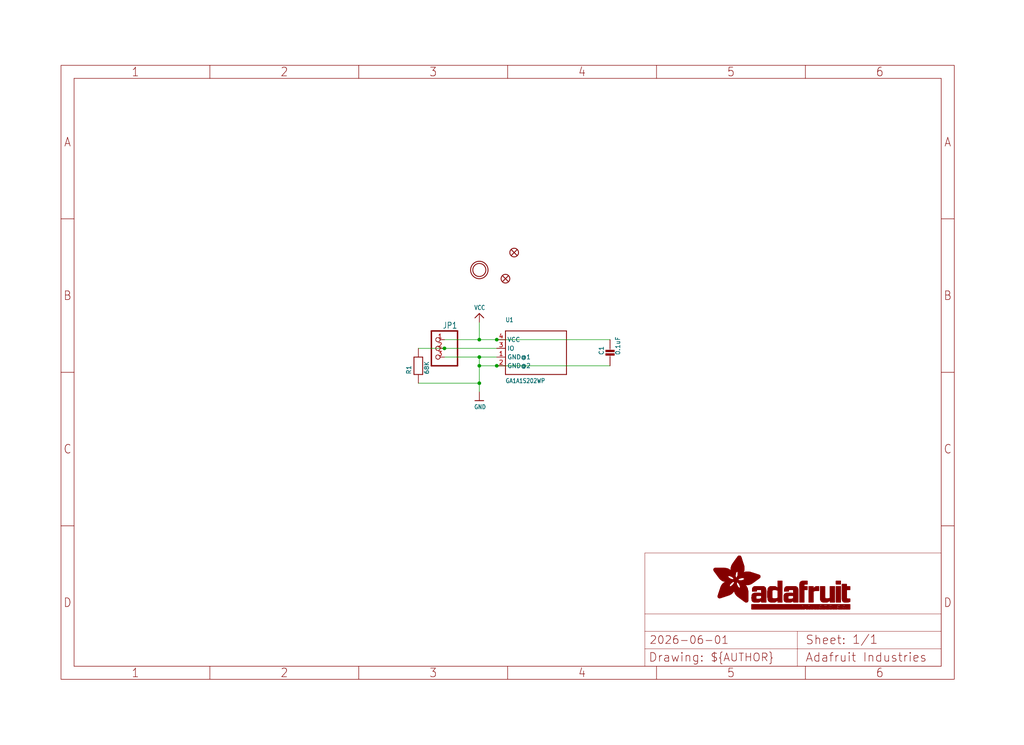
<source format=kicad_sch>
(kicad_sch (version 20230121) (generator eeschema)
  (paper "User" 298.45 217.322)
  (lib_symbols
    (symbol "working-eagle-import:CAP_CERAMIC_0805MP"
      (property "Reference" "C" (at -1.79 0.54 90))
      (symbol "CAP_CERAMIC_0805MP_1_0"
        (pin passive line (at 0 5.08 270) (length 2.54) (name "P$1") (number "1"))
        (pin passive line (at 0 -2.54 90) (length 2.54) (name "P$2") (number "2"))
      )
    )
    (symbol "working-eagle-import:FIDUCIAL{dblquote}{dblquote}")
    (symbol "working-eagle-import:FRAME_A4_ADAFRUIT"
      (symbol "FRAME_A4_ADAFRUIT_1_0"
        (text "${#}/${##}" (at 230.505 10.16 0) (effects (font (size 2.54 2.54)) (justify left bottom)))
        (text "${AUTHOR}" (at 189.23 5.08 0) (effects (font (size 2.286 2.286)) (justify left bottom)))
        (text "${CURRENT_DATE}" (at 171.45 10.16 0) (effects (font (size 2.286 2.286)) (justify left bottom)))
        (text "${PROJECTNAME}" (at 171.45 15.24 0) (effects (font (size 2.54 2.54)) (justify left bottom)))
        (text "1" (at 21.6958 1.905 0) (effects (font (size 2.54 2.286))))
        (text "1" (at 21.6958 177.165 0) (effects (font (size 2.54 2.286))))
        (text "2" (at 65.0875 1.905 0) (effects (font (size 2.54 2.286))))
        (text "2" (at 65.0875 177.165 0) (effects (font (size 2.54 2.286))))
        (text "3" (at 108.4792 1.905 0) (effects (font (size 2.54 2.286))))
        (text "3" (at 108.4792 177.165 0) (effects (font (size 2.54 2.286))))
        (text "4" (at 151.8708 1.905 0) (effects (font (size 2.54 2.286))))
        (text "4" (at 151.8708 177.165 0) (effects (font (size 2.54 2.286))))
        (text "5" (at 195.2625 1.905 0) (effects (font (size 2.54 2.286))))
        (text "5" (at 195.2625 177.165 0) (effects (font (size 2.54 2.286))))
        (text "6" (at 238.6542 1.905 0) (effects (font (size 2.54 2.286))))
        (text "6" (at 238.6542 177.165 0) (effects (font (size 2.54 2.286))))
        (text "A" (at 1.905 156.6863 0) (effects (font (size 2.54 2.286))))
        (text "A" (at 258.445 156.6863 0) (effects (font (size 2.54 2.286))))
        (text "Adafruit Industries" (at 216.916 4.953 0) (effects (font (size 2.54 2.54)) (justify left bottom)))
        (text "B" (at 1.905 111.9188 0) (effects (font (size 2.54 2.286))))
        (text "B" (at 258.445 111.9188 0) (effects (font (size 2.54 2.286))))
        (text "C" (at 1.905 67.1513 0) (effects (font (size 2.54 2.286))))
        (text "C" (at 258.445 67.1513 0) (effects (font (size 2.54 2.286))))
        (text "D" (at 1.905 22.3838 0) (effects (font (size 2.54 2.286))))
        (text "D" (at 258.445 22.3838 0) (effects (font (size 2.54 2.286))))
        (text "Drawing:" (at 171.196 4.953 0) (effects (font (size 2.54 2.54)) (justify left bottom)))
        (text "Sheet:" (at 216.916 10.033 0) (effects (font (size 2.54 2.54)) (justify left bottom)))
      )
    )
    (symbol "working-eagle-import:GA1A1S202WP"
      (property "Reference" "U" (at -10.16 7.62 0))
      (symbol "GA1A1S202WP_1_0"
        (pin power_in line (at -12.7 -2.54 0) (length 2.54) (name "GND@1") (number "1"))
        (pin power_in line (at -12.7 -5.08 0) (length 2.54) (name "GND@2") (number "2"))
        (pin output line (at -12.7 0 0) (length 2.54) (name "IO") (number "3"))
        (pin power_in line (at -12.7 2.54 0) (length 2.54) (name "VCC") (number "4"))
      )
    )
    (symbol "working-eagle-import:GND" (power)
      (property "Value" "GND" (at -1.524 -2.54 0))
      (symbol "GND_1_0"
        (pin power_in line (at 0 2.54 270) (length 2.54) (name "GND") (number "1"))
      )
    )
    (symbol "working-eagle-import:HEADER-1X3ROUND"
      (property "Reference" "JP" (at -6.35 5.715 0))
      (symbol "HEADER-1X3ROUND_1_0"
        (pin passive inverted (at -2.54 2.54 0) (length 2.54) (name "1") (number "1"))
        (pin passive inverted (at -2.54 0 0) (length 2.54) (name "2") (number "2"))
        (pin passive inverted (at -2.54 -2.54 0) (length 2.54) (name "3") (number "3"))
      )
    )
    (symbol "working-eagle-import:MOUNTINGHOLE2.5")
    (symbol "working-eagle-import:RESISTOR_0805MP"
      (property "Reference" "R" (at -2.54 2.032 0))
      (symbol "RESISTOR_0805MP_1_0"
        (pin passive line (at -5.08 0 0) (length 2.54) (name "1") (number "1"))
        (pin passive line (at 5.08 0 180) (length 2.54) (name "2") (number "2"))
      )
    )
    (symbol "working-eagle-import:VCC" (power)
      (property "Value" "VCC" (at -1.524 1.016 0))
      (symbol "VCC_1_0"
        (pin power_in line (at 0 -2.54 90) (length 2.54) (name "VCC") (number "1"))
      )
    )
  )
  (junction (at 144.78 106.68))
  (junction (at 139.7 99.06))
  (junction (at 139.7 111.76))
  (junction (at 144.78 99.06))
  (junction (at 139.7 104.14))
  (junction (at 139.7 106.68))
  (junction (at 129.54 101.6))
  (wire (pts (xy 144.78 106.68) (xy 177.8 106.68)) (stroke (width 0.1524)))
  (wire (pts (xy 129.54 101.6) (xy 121.92 101.6)) (stroke (width 0.1524)))
  (wire (pts (xy 139.7 99.06) (xy 129.54 99.06)) (stroke (width 0.1524)))
  (wire (pts (xy 139.7 104.14) (xy 139.7 106.68)) (stroke (width 0.1524)))
  (wire (pts (xy 144.78 104.14) (xy 139.7 104.14)) (stroke (width 0.1524)))
  (wire (pts (xy 144.78 99.06) (xy 139.7 99.06)) (stroke (width 0.1524)))
  (wire (pts (xy 139.7 99.06) (xy 139.7 93.98)) (stroke (width 0.1524)))
  (wire (pts (xy 139.7 111.76) (xy 139.7 114.3)) (stroke (width 0.1524)))
  (wire (pts (xy 139.7 106.68) (xy 139.7 111.76)) (stroke (width 0.1524)))
  (wire (pts (xy 144.78 99.06) (xy 177.8 99.06)) (stroke (width 0.1524)))
  (wire (pts (xy 144.78 106.68) (xy 139.7 106.68)) (stroke (width 0.1524)))
  (wire (pts (xy 139.7 104.14) (xy 129.54 104.14)) (stroke (width 0.1524)))
  (wire (pts (xy 121.92 111.76) (xy 139.7 111.76)) (stroke (width 0.1524)))
  (wire (pts (xy 144.78 101.6) (xy 129.54 101.6)) (stroke (width 0.1524)))
  (symbol (lib_id "working-eagle-import:GA1A1S202WP") (at 157.48 101.6 0) (unit 1)
    (property "Reference" "U1" (at 147.32 93.98 0) (effects (font (size 1.27 1.0795)) (justify left bottom)))
    (property "Value" "GA1A1S202WP" (at 147.32 111.76 0) (effects (font (size 1.27 1.0795)) (justify left bottom)))
    (property "Footprint" "working:GA1A1S202WP" (effects hide))
  )
  (symbol (lib_id "working-eagle-import:CAP_CERAMIC_0805MP") (at 177.8 104.14 0) (unit 1)
    (property "Reference" "C1" (at 176.01 103.6 90) (effects (justify left bottom)))
    (property "Value" "0.1uF" (at 180.8 103.6 90) (effects (justify left bottom)))
    (property "Footprint" "working:_0805MP" (effects hide))
  )
  (symbol (lib_id "working-eagle-import:HEADER-1X3ROUND") (at 127 101.6 0) (mirror y) (unit 1)
    (property "Reference" "JP1" (at 133.35 95.885 0) (effects (font (size 1.778 1.5113)) (justify left bottom)))
    (property "Value" "HEADER-1X3ROUND" (effects hide))
    (property "Footprint" "working:1X03_ROUND" (effects hide))
  )
  (symbol (lib_id "working-eagle-import:GND") (at 139.7 116.84 0) (unit 1)
    (property "Reference" "#U$2" (effects hide))
    (property "Value" "GND" (at 138.176 119.38 0) (effects (font (size 1.27 1.0795)) (justify left bottom)))
  )
  (symbol (lib_id "working-eagle-import:FIDUCIAL{dblquote}{dblquote}") (at 149.86 73.66 0) (unit 1)
    (property "Reference" "FID1" (effects hide))
    (property "Value" "FIDUCIAL{dblquote}{dblquote}" (effects hide))
    (property "Footprint" "working:FIDUCIAL_1MM" (effects hide))
  )
  (symbol (lib_id "working-eagle-import:VCC") (at 139.7 91.44 0) (unit 1)
    (property "Reference" "#P+1" (effects hide))
    (property "Value" "VCC" (at 138.176 90.424 0) (effects (font (size 1.27 1.0795)) (justify left bottom)))
  )
  (symbol (lib_id "working-eagle-import:FIDUCIAL{dblquote}{dblquote}") (at 147.32 81.28 0) (unit 1)
    (property "Reference" "FID2" (effects hide))
    (property "Value" "FIDUCIAL{dblquote}{dblquote}" (effects hide))
    (property "Footprint" "working:FIDUCIAL_1MM" (effects hide))
  )
  (symbol (lib_id "working-eagle-import:MOUNTINGHOLE2.5") (at 139.7 78.74 0) (unit 1)
    (property "Reference" "U$3" (effects hide))
    (property "Value" "MOUNTINGHOLE2.5" (effects hide))
    (property "Footprint" "working:MOUNTINGHOLE_2.5_PLATED" (effects hide))
  )
  (symbol (lib_id "working-eagle-import:RESISTOR_0805MP") (at 121.92 106.68 90) (unit 1)
    (property "Reference" "R1" (at 119.888 109.22 0) (effects (justify left bottom)))
    (property "Value" "68K" (at 125.095 109.22 0) (effects (justify left bottom)))
    (property "Footprint" "working:_0805MP" (effects hide))
  )
  (symbol (lib_id "working-eagle-import:FRAME_A4_ADAFRUIT") (at 17.78 198.12 0) (unit 1)
    (property "Reference" "#U$1" (effects hide))
    (property "Value" "FRAME_A4_ADAFRUIT" (effects hide))
  )
)
</source>
